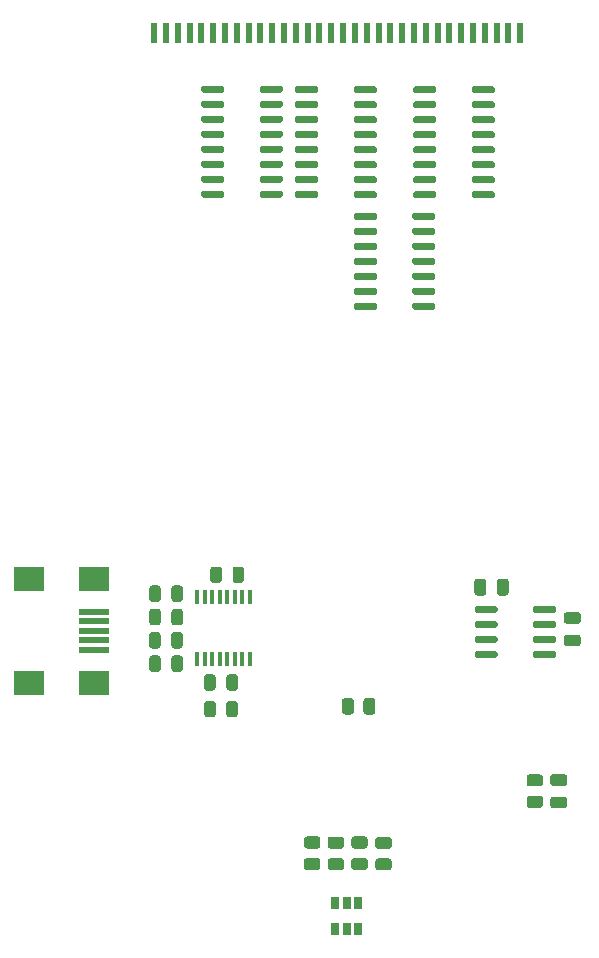
<source format=gbr>
G04 #@! TF.GenerationSoftware,KiCad,Pcbnew,5.1.10-88a1d61d58~90~ubuntu21.04.1*
G04 #@! TF.CreationDate,2021-07-27T13:19:27+03:00*
G04 #@! TF.ProjectId,klipper_nano,6b6c6970-7065-4725-9f6e-616e6f2e6b69,rev?*
G04 #@! TF.SameCoordinates,Original*
G04 #@! TF.FileFunction,Paste,Top*
G04 #@! TF.FilePolarity,Positive*
%FSLAX46Y46*%
G04 Gerber Fmt 4.6, Leading zero omitted, Abs format (unit mm)*
G04 Created by KiCad (PCBNEW 5.1.10-88a1d61d58~90~ubuntu21.04.1) date 2021-07-27 13:19:27*
%MOMM*%
%LPD*%
G01*
G04 APERTURE LIST*
%ADD10R,0.650000X1.060000*%
%ADD11R,2.500000X0.500000*%
%ADD12R,2.500000X2.000000*%
%ADD13R,0.600000X1.800000*%
%ADD14R,0.400000X1.200000*%
G04 APERTURE END LIST*
D10*
X97730000Y-115510000D03*
X98680000Y-115510000D03*
X96780000Y-115510000D03*
X96780000Y-113310000D03*
X97730000Y-113310000D03*
X98680000Y-113310000D03*
G36*
G01*
X98369999Y-109507500D02*
X99270001Y-109507500D01*
G75*
G02*
X99520000Y-109757499I0J-249999D01*
G01*
X99520000Y-110282501D01*
G75*
G02*
X99270001Y-110532500I-249999J0D01*
G01*
X98369999Y-110532500D01*
G75*
G02*
X98120000Y-110282501I0J249999D01*
G01*
X98120000Y-109757499D01*
G75*
G02*
X98369999Y-109507500I249999J0D01*
G01*
G37*
G36*
G01*
X98369999Y-107682500D02*
X99270001Y-107682500D01*
G75*
G02*
X99520000Y-107932499I0J-249999D01*
G01*
X99520000Y-108457501D01*
G75*
G02*
X99270001Y-108707500I-249999J0D01*
G01*
X98369999Y-108707500D01*
G75*
G02*
X98120000Y-108457501I0J249999D01*
G01*
X98120000Y-107932499D01*
G75*
G02*
X98369999Y-107682500I249999J0D01*
G01*
G37*
G36*
G01*
X100399999Y-109537500D02*
X101300001Y-109537500D01*
G75*
G02*
X101550000Y-109787499I0J-249999D01*
G01*
X101550000Y-110312501D01*
G75*
G02*
X101300001Y-110562500I-249999J0D01*
G01*
X100399999Y-110562500D01*
G75*
G02*
X100150000Y-110312501I0J249999D01*
G01*
X100150000Y-109787499D01*
G75*
G02*
X100399999Y-109537500I249999J0D01*
G01*
G37*
G36*
G01*
X100399999Y-107712500D02*
X101300001Y-107712500D01*
G75*
G02*
X101550000Y-107962499I0J-249999D01*
G01*
X101550000Y-108487501D01*
G75*
G02*
X101300001Y-108737500I-249999J0D01*
G01*
X100399999Y-108737500D01*
G75*
G02*
X100150000Y-108487501I0J249999D01*
G01*
X100150000Y-107962499D01*
G75*
G02*
X100399999Y-107712500I249999J0D01*
G01*
G37*
G36*
G01*
X94359999Y-109502500D02*
X95260001Y-109502500D01*
G75*
G02*
X95510000Y-109752499I0J-249999D01*
G01*
X95510000Y-110277501D01*
G75*
G02*
X95260001Y-110527500I-249999J0D01*
G01*
X94359999Y-110527500D01*
G75*
G02*
X94110000Y-110277501I0J249999D01*
G01*
X94110000Y-109752499D01*
G75*
G02*
X94359999Y-109502500I249999J0D01*
G01*
G37*
G36*
G01*
X94359999Y-107677500D02*
X95260001Y-107677500D01*
G75*
G02*
X95510000Y-107927499I0J-249999D01*
G01*
X95510000Y-108452501D01*
G75*
G02*
X95260001Y-108702500I-249999J0D01*
G01*
X94359999Y-108702500D01*
G75*
G02*
X94110000Y-108452501I0J249999D01*
G01*
X94110000Y-107927499D01*
G75*
G02*
X94359999Y-107677500I249999J0D01*
G01*
G37*
G36*
G01*
X96359999Y-109522500D02*
X97260001Y-109522500D01*
G75*
G02*
X97510000Y-109772499I0J-249999D01*
G01*
X97510000Y-110297501D01*
G75*
G02*
X97260001Y-110547500I-249999J0D01*
G01*
X96359999Y-110547500D01*
G75*
G02*
X96110000Y-110297501I0J249999D01*
G01*
X96110000Y-109772499D01*
G75*
G02*
X96359999Y-109522500I249999J0D01*
G01*
G37*
G36*
G01*
X96359999Y-107697500D02*
X97260001Y-107697500D01*
G75*
G02*
X97510000Y-107947499I0J-249999D01*
G01*
X97510000Y-108472501D01*
G75*
G02*
X97260001Y-108722500I-249999J0D01*
G01*
X96359999Y-108722500D01*
G75*
G02*
X96110000Y-108472501I0J249999D01*
G01*
X96110000Y-107947499D01*
G75*
G02*
X96359999Y-107697500I249999J0D01*
G01*
G37*
G36*
G01*
X117315000Y-89690000D02*
X116365000Y-89690000D01*
G75*
G02*
X116115000Y-89440000I0J250000D01*
G01*
X116115000Y-88940000D01*
G75*
G02*
X116365000Y-88690000I250000J0D01*
G01*
X117315000Y-88690000D01*
G75*
G02*
X117565000Y-88940000I0J-250000D01*
G01*
X117565000Y-89440000D01*
G75*
G02*
X117315000Y-89690000I-250000J0D01*
G01*
G37*
G36*
G01*
X117315000Y-91590000D02*
X116365000Y-91590000D01*
G75*
G02*
X116115000Y-91340000I0J250000D01*
G01*
X116115000Y-90840000D01*
G75*
G02*
X116365000Y-90590000I250000J0D01*
G01*
X117315000Y-90590000D01*
G75*
G02*
X117565000Y-90840000I0J-250000D01*
G01*
X117565000Y-91340000D01*
G75*
G02*
X117315000Y-91590000I-250000J0D01*
G01*
G37*
G36*
G01*
X113510000Y-88625000D02*
X113510000Y-88325000D01*
G75*
G02*
X113660000Y-88175000I150000J0D01*
G01*
X115310000Y-88175000D01*
G75*
G02*
X115460000Y-88325000I0J-150000D01*
G01*
X115460000Y-88625000D01*
G75*
G02*
X115310000Y-88775000I-150000J0D01*
G01*
X113660000Y-88775000D01*
G75*
G02*
X113510000Y-88625000I0J150000D01*
G01*
G37*
G36*
G01*
X113510000Y-89895000D02*
X113510000Y-89595000D01*
G75*
G02*
X113660000Y-89445000I150000J0D01*
G01*
X115310000Y-89445000D01*
G75*
G02*
X115460000Y-89595000I0J-150000D01*
G01*
X115460000Y-89895000D01*
G75*
G02*
X115310000Y-90045000I-150000J0D01*
G01*
X113660000Y-90045000D01*
G75*
G02*
X113510000Y-89895000I0J150000D01*
G01*
G37*
G36*
G01*
X113510000Y-91165000D02*
X113510000Y-90865000D01*
G75*
G02*
X113660000Y-90715000I150000J0D01*
G01*
X115310000Y-90715000D01*
G75*
G02*
X115460000Y-90865000I0J-150000D01*
G01*
X115460000Y-91165000D01*
G75*
G02*
X115310000Y-91315000I-150000J0D01*
G01*
X113660000Y-91315000D01*
G75*
G02*
X113510000Y-91165000I0J150000D01*
G01*
G37*
G36*
G01*
X113510000Y-92435000D02*
X113510000Y-92135000D01*
G75*
G02*
X113660000Y-91985000I150000J0D01*
G01*
X115310000Y-91985000D01*
G75*
G02*
X115460000Y-92135000I0J-150000D01*
G01*
X115460000Y-92435000D01*
G75*
G02*
X115310000Y-92585000I-150000J0D01*
G01*
X113660000Y-92585000D01*
G75*
G02*
X113510000Y-92435000I0J150000D01*
G01*
G37*
G36*
G01*
X108560000Y-92435000D02*
X108560000Y-92135000D01*
G75*
G02*
X108710000Y-91985000I150000J0D01*
G01*
X110360000Y-91985000D01*
G75*
G02*
X110510000Y-92135000I0J-150000D01*
G01*
X110510000Y-92435000D01*
G75*
G02*
X110360000Y-92585000I-150000J0D01*
G01*
X108710000Y-92585000D01*
G75*
G02*
X108560000Y-92435000I0J150000D01*
G01*
G37*
G36*
G01*
X108560000Y-91165000D02*
X108560000Y-90865000D01*
G75*
G02*
X108710000Y-90715000I150000J0D01*
G01*
X110360000Y-90715000D01*
G75*
G02*
X110510000Y-90865000I0J-150000D01*
G01*
X110510000Y-91165000D01*
G75*
G02*
X110360000Y-91315000I-150000J0D01*
G01*
X108710000Y-91315000D01*
G75*
G02*
X108560000Y-91165000I0J150000D01*
G01*
G37*
G36*
G01*
X108560000Y-89895000D02*
X108560000Y-89595000D01*
G75*
G02*
X108710000Y-89445000I150000J0D01*
G01*
X110360000Y-89445000D01*
G75*
G02*
X110510000Y-89595000I0J-150000D01*
G01*
X110510000Y-89895000D01*
G75*
G02*
X110360000Y-90045000I-150000J0D01*
G01*
X108710000Y-90045000D01*
G75*
G02*
X108560000Y-89895000I0J150000D01*
G01*
G37*
G36*
G01*
X108560000Y-88625000D02*
X108560000Y-88325000D01*
G75*
G02*
X108710000Y-88175000I150000J0D01*
G01*
X110360000Y-88175000D01*
G75*
G02*
X110510000Y-88325000I0J-150000D01*
G01*
X110510000Y-88625000D01*
G75*
G02*
X110360000Y-88775000I-150000J0D01*
G01*
X108710000Y-88775000D01*
G75*
G02*
X108560000Y-88625000I0J150000D01*
G01*
G37*
G36*
G01*
X109550000Y-86095000D02*
X109550000Y-87045000D01*
G75*
G02*
X109300000Y-87295000I-250000J0D01*
G01*
X108800000Y-87295000D01*
G75*
G02*
X108550000Y-87045000I0J250000D01*
G01*
X108550000Y-86095000D01*
G75*
G02*
X108800000Y-85845000I250000J0D01*
G01*
X109300000Y-85845000D01*
G75*
G02*
X109550000Y-86095000I0J-250000D01*
G01*
G37*
G36*
G01*
X111450000Y-86095000D02*
X111450000Y-87045000D01*
G75*
G02*
X111200000Y-87295000I-250000J0D01*
G01*
X110700000Y-87295000D01*
G75*
G02*
X110450000Y-87045000I0J250000D01*
G01*
X110450000Y-86095000D01*
G75*
G02*
X110700000Y-85845000I250000J0D01*
G01*
X111200000Y-85845000D01*
G75*
G02*
X111450000Y-86095000I0J-250000D01*
G01*
G37*
G36*
G01*
X113209998Y-104247500D02*
X114110002Y-104247500D01*
G75*
G02*
X114360000Y-104497498I0J-249998D01*
G01*
X114360000Y-105022502D01*
G75*
G02*
X114110002Y-105272500I-249998J0D01*
G01*
X113209998Y-105272500D01*
G75*
G02*
X112960000Y-105022502I0J249998D01*
G01*
X112960000Y-104497498D01*
G75*
G02*
X113209998Y-104247500I249998J0D01*
G01*
G37*
G36*
G01*
X113209998Y-102422500D02*
X114110002Y-102422500D01*
G75*
G02*
X114360000Y-102672498I0J-249998D01*
G01*
X114360000Y-103197502D01*
G75*
G02*
X114110002Y-103447500I-249998J0D01*
G01*
X113209998Y-103447500D01*
G75*
G02*
X112960000Y-103197502I0J249998D01*
G01*
X112960000Y-102672498D01*
G75*
G02*
X113209998Y-102422500I249998J0D01*
G01*
G37*
D11*
X76338000Y-91864000D03*
X76338000Y-91064000D03*
X76338000Y-90264000D03*
X76338000Y-89464000D03*
X76338000Y-88664000D03*
D12*
X76338000Y-94664000D03*
X76338000Y-85864000D03*
X70838000Y-94664000D03*
X70838000Y-85864000D03*
G36*
G01*
X87380000Y-53165000D02*
X87380000Y-53465000D01*
G75*
G02*
X87230000Y-53615000I-150000J0D01*
G01*
X85580000Y-53615000D01*
G75*
G02*
X85430000Y-53465000I0J150000D01*
G01*
X85430000Y-53165000D01*
G75*
G02*
X85580000Y-53015000I150000J0D01*
G01*
X87230000Y-53015000D01*
G75*
G02*
X87380000Y-53165000I0J-150000D01*
G01*
G37*
G36*
G01*
X87380000Y-51895000D02*
X87380000Y-52195000D01*
G75*
G02*
X87230000Y-52345000I-150000J0D01*
G01*
X85580000Y-52345000D01*
G75*
G02*
X85430000Y-52195000I0J150000D01*
G01*
X85430000Y-51895000D01*
G75*
G02*
X85580000Y-51745000I150000J0D01*
G01*
X87230000Y-51745000D01*
G75*
G02*
X87380000Y-51895000I0J-150000D01*
G01*
G37*
G36*
G01*
X87380000Y-50625000D02*
X87380000Y-50925000D01*
G75*
G02*
X87230000Y-51075000I-150000J0D01*
G01*
X85580000Y-51075000D01*
G75*
G02*
X85430000Y-50925000I0J150000D01*
G01*
X85430000Y-50625000D01*
G75*
G02*
X85580000Y-50475000I150000J0D01*
G01*
X87230000Y-50475000D01*
G75*
G02*
X87380000Y-50625000I0J-150000D01*
G01*
G37*
G36*
G01*
X87380000Y-49355000D02*
X87380000Y-49655000D01*
G75*
G02*
X87230000Y-49805000I-150000J0D01*
G01*
X85580000Y-49805000D01*
G75*
G02*
X85430000Y-49655000I0J150000D01*
G01*
X85430000Y-49355000D01*
G75*
G02*
X85580000Y-49205000I150000J0D01*
G01*
X87230000Y-49205000D01*
G75*
G02*
X87380000Y-49355000I0J-150000D01*
G01*
G37*
G36*
G01*
X87380000Y-48085000D02*
X87380000Y-48385000D01*
G75*
G02*
X87230000Y-48535000I-150000J0D01*
G01*
X85580000Y-48535000D01*
G75*
G02*
X85430000Y-48385000I0J150000D01*
G01*
X85430000Y-48085000D01*
G75*
G02*
X85580000Y-47935000I150000J0D01*
G01*
X87230000Y-47935000D01*
G75*
G02*
X87380000Y-48085000I0J-150000D01*
G01*
G37*
G36*
G01*
X87380000Y-46815000D02*
X87380000Y-47115000D01*
G75*
G02*
X87230000Y-47265000I-150000J0D01*
G01*
X85580000Y-47265000D01*
G75*
G02*
X85430000Y-47115000I0J150000D01*
G01*
X85430000Y-46815000D01*
G75*
G02*
X85580000Y-46665000I150000J0D01*
G01*
X87230000Y-46665000D01*
G75*
G02*
X87380000Y-46815000I0J-150000D01*
G01*
G37*
G36*
G01*
X87380000Y-45545000D02*
X87380000Y-45845000D01*
G75*
G02*
X87230000Y-45995000I-150000J0D01*
G01*
X85580000Y-45995000D01*
G75*
G02*
X85430000Y-45845000I0J150000D01*
G01*
X85430000Y-45545000D01*
G75*
G02*
X85580000Y-45395000I150000J0D01*
G01*
X87230000Y-45395000D01*
G75*
G02*
X87380000Y-45545000I0J-150000D01*
G01*
G37*
G36*
G01*
X87380000Y-44275000D02*
X87380000Y-44575000D01*
G75*
G02*
X87230000Y-44725000I-150000J0D01*
G01*
X85580000Y-44725000D01*
G75*
G02*
X85430000Y-44575000I0J150000D01*
G01*
X85430000Y-44275000D01*
G75*
G02*
X85580000Y-44125000I150000J0D01*
G01*
X87230000Y-44125000D01*
G75*
G02*
X87380000Y-44275000I0J-150000D01*
G01*
G37*
G36*
G01*
X92330000Y-44275000D02*
X92330000Y-44575000D01*
G75*
G02*
X92180000Y-44725000I-150000J0D01*
G01*
X90530000Y-44725000D01*
G75*
G02*
X90380000Y-44575000I0J150000D01*
G01*
X90380000Y-44275000D01*
G75*
G02*
X90530000Y-44125000I150000J0D01*
G01*
X92180000Y-44125000D01*
G75*
G02*
X92330000Y-44275000I0J-150000D01*
G01*
G37*
G36*
G01*
X92330000Y-45545000D02*
X92330000Y-45845000D01*
G75*
G02*
X92180000Y-45995000I-150000J0D01*
G01*
X90530000Y-45995000D01*
G75*
G02*
X90380000Y-45845000I0J150000D01*
G01*
X90380000Y-45545000D01*
G75*
G02*
X90530000Y-45395000I150000J0D01*
G01*
X92180000Y-45395000D01*
G75*
G02*
X92330000Y-45545000I0J-150000D01*
G01*
G37*
G36*
G01*
X92330000Y-46815000D02*
X92330000Y-47115000D01*
G75*
G02*
X92180000Y-47265000I-150000J0D01*
G01*
X90530000Y-47265000D01*
G75*
G02*
X90380000Y-47115000I0J150000D01*
G01*
X90380000Y-46815000D01*
G75*
G02*
X90530000Y-46665000I150000J0D01*
G01*
X92180000Y-46665000D01*
G75*
G02*
X92330000Y-46815000I0J-150000D01*
G01*
G37*
G36*
G01*
X92330000Y-48085000D02*
X92330000Y-48385000D01*
G75*
G02*
X92180000Y-48535000I-150000J0D01*
G01*
X90530000Y-48535000D01*
G75*
G02*
X90380000Y-48385000I0J150000D01*
G01*
X90380000Y-48085000D01*
G75*
G02*
X90530000Y-47935000I150000J0D01*
G01*
X92180000Y-47935000D01*
G75*
G02*
X92330000Y-48085000I0J-150000D01*
G01*
G37*
G36*
G01*
X92330000Y-49355000D02*
X92330000Y-49655000D01*
G75*
G02*
X92180000Y-49805000I-150000J0D01*
G01*
X90530000Y-49805000D01*
G75*
G02*
X90380000Y-49655000I0J150000D01*
G01*
X90380000Y-49355000D01*
G75*
G02*
X90530000Y-49205000I150000J0D01*
G01*
X92180000Y-49205000D01*
G75*
G02*
X92330000Y-49355000I0J-150000D01*
G01*
G37*
G36*
G01*
X92330000Y-50625000D02*
X92330000Y-50925000D01*
G75*
G02*
X92180000Y-51075000I-150000J0D01*
G01*
X90530000Y-51075000D01*
G75*
G02*
X90380000Y-50925000I0J150000D01*
G01*
X90380000Y-50625000D01*
G75*
G02*
X90530000Y-50475000I150000J0D01*
G01*
X92180000Y-50475000D01*
G75*
G02*
X92330000Y-50625000I0J-150000D01*
G01*
G37*
G36*
G01*
X92330000Y-51895000D02*
X92330000Y-52195000D01*
G75*
G02*
X92180000Y-52345000I-150000J0D01*
G01*
X90530000Y-52345000D01*
G75*
G02*
X90380000Y-52195000I0J150000D01*
G01*
X90380000Y-51895000D01*
G75*
G02*
X90530000Y-51745000I150000J0D01*
G01*
X92180000Y-51745000D01*
G75*
G02*
X92330000Y-51895000I0J-150000D01*
G01*
G37*
G36*
G01*
X92330000Y-53165000D02*
X92330000Y-53465000D01*
G75*
G02*
X92180000Y-53615000I-150000J0D01*
G01*
X90530000Y-53615000D01*
G75*
G02*
X90380000Y-53465000I0J150000D01*
G01*
X90380000Y-53165000D01*
G75*
G02*
X90530000Y-53015000I150000J0D01*
G01*
X92180000Y-53015000D01*
G75*
G02*
X92330000Y-53165000I0J-150000D01*
G01*
G37*
G36*
G01*
X95310000Y-53195000D02*
X95310000Y-53495000D01*
G75*
G02*
X95160000Y-53645000I-150000J0D01*
G01*
X93510000Y-53645000D01*
G75*
G02*
X93360000Y-53495000I0J150000D01*
G01*
X93360000Y-53195000D01*
G75*
G02*
X93510000Y-53045000I150000J0D01*
G01*
X95160000Y-53045000D01*
G75*
G02*
X95310000Y-53195000I0J-150000D01*
G01*
G37*
G36*
G01*
X95310000Y-51925000D02*
X95310000Y-52225000D01*
G75*
G02*
X95160000Y-52375000I-150000J0D01*
G01*
X93510000Y-52375000D01*
G75*
G02*
X93360000Y-52225000I0J150000D01*
G01*
X93360000Y-51925000D01*
G75*
G02*
X93510000Y-51775000I150000J0D01*
G01*
X95160000Y-51775000D01*
G75*
G02*
X95310000Y-51925000I0J-150000D01*
G01*
G37*
G36*
G01*
X95310000Y-50655000D02*
X95310000Y-50955000D01*
G75*
G02*
X95160000Y-51105000I-150000J0D01*
G01*
X93510000Y-51105000D01*
G75*
G02*
X93360000Y-50955000I0J150000D01*
G01*
X93360000Y-50655000D01*
G75*
G02*
X93510000Y-50505000I150000J0D01*
G01*
X95160000Y-50505000D01*
G75*
G02*
X95310000Y-50655000I0J-150000D01*
G01*
G37*
G36*
G01*
X95310000Y-49385000D02*
X95310000Y-49685000D01*
G75*
G02*
X95160000Y-49835000I-150000J0D01*
G01*
X93510000Y-49835000D01*
G75*
G02*
X93360000Y-49685000I0J150000D01*
G01*
X93360000Y-49385000D01*
G75*
G02*
X93510000Y-49235000I150000J0D01*
G01*
X95160000Y-49235000D01*
G75*
G02*
X95310000Y-49385000I0J-150000D01*
G01*
G37*
G36*
G01*
X95310000Y-48115000D02*
X95310000Y-48415000D01*
G75*
G02*
X95160000Y-48565000I-150000J0D01*
G01*
X93510000Y-48565000D01*
G75*
G02*
X93360000Y-48415000I0J150000D01*
G01*
X93360000Y-48115000D01*
G75*
G02*
X93510000Y-47965000I150000J0D01*
G01*
X95160000Y-47965000D01*
G75*
G02*
X95310000Y-48115000I0J-150000D01*
G01*
G37*
G36*
G01*
X95310000Y-46845000D02*
X95310000Y-47145000D01*
G75*
G02*
X95160000Y-47295000I-150000J0D01*
G01*
X93510000Y-47295000D01*
G75*
G02*
X93360000Y-47145000I0J150000D01*
G01*
X93360000Y-46845000D01*
G75*
G02*
X93510000Y-46695000I150000J0D01*
G01*
X95160000Y-46695000D01*
G75*
G02*
X95310000Y-46845000I0J-150000D01*
G01*
G37*
G36*
G01*
X95310000Y-45575000D02*
X95310000Y-45875000D01*
G75*
G02*
X95160000Y-46025000I-150000J0D01*
G01*
X93510000Y-46025000D01*
G75*
G02*
X93360000Y-45875000I0J150000D01*
G01*
X93360000Y-45575000D01*
G75*
G02*
X93510000Y-45425000I150000J0D01*
G01*
X95160000Y-45425000D01*
G75*
G02*
X95310000Y-45575000I0J-150000D01*
G01*
G37*
G36*
G01*
X95310000Y-44305000D02*
X95310000Y-44605000D01*
G75*
G02*
X95160000Y-44755000I-150000J0D01*
G01*
X93510000Y-44755000D01*
G75*
G02*
X93360000Y-44605000I0J150000D01*
G01*
X93360000Y-44305000D01*
G75*
G02*
X93510000Y-44155000I150000J0D01*
G01*
X95160000Y-44155000D01*
G75*
G02*
X95310000Y-44305000I0J-150000D01*
G01*
G37*
G36*
G01*
X100260000Y-44305000D02*
X100260000Y-44605000D01*
G75*
G02*
X100110000Y-44755000I-150000J0D01*
G01*
X98460000Y-44755000D01*
G75*
G02*
X98310000Y-44605000I0J150000D01*
G01*
X98310000Y-44305000D01*
G75*
G02*
X98460000Y-44155000I150000J0D01*
G01*
X100110000Y-44155000D01*
G75*
G02*
X100260000Y-44305000I0J-150000D01*
G01*
G37*
G36*
G01*
X100260000Y-45575000D02*
X100260000Y-45875000D01*
G75*
G02*
X100110000Y-46025000I-150000J0D01*
G01*
X98460000Y-46025000D01*
G75*
G02*
X98310000Y-45875000I0J150000D01*
G01*
X98310000Y-45575000D01*
G75*
G02*
X98460000Y-45425000I150000J0D01*
G01*
X100110000Y-45425000D01*
G75*
G02*
X100260000Y-45575000I0J-150000D01*
G01*
G37*
G36*
G01*
X100260000Y-46845000D02*
X100260000Y-47145000D01*
G75*
G02*
X100110000Y-47295000I-150000J0D01*
G01*
X98460000Y-47295000D01*
G75*
G02*
X98310000Y-47145000I0J150000D01*
G01*
X98310000Y-46845000D01*
G75*
G02*
X98460000Y-46695000I150000J0D01*
G01*
X100110000Y-46695000D01*
G75*
G02*
X100260000Y-46845000I0J-150000D01*
G01*
G37*
G36*
G01*
X100260000Y-48115000D02*
X100260000Y-48415000D01*
G75*
G02*
X100110000Y-48565000I-150000J0D01*
G01*
X98460000Y-48565000D01*
G75*
G02*
X98310000Y-48415000I0J150000D01*
G01*
X98310000Y-48115000D01*
G75*
G02*
X98460000Y-47965000I150000J0D01*
G01*
X100110000Y-47965000D01*
G75*
G02*
X100260000Y-48115000I0J-150000D01*
G01*
G37*
G36*
G01*
X100260000Y-49385000D02*
X100260000Y-49685000D01*
G75*
G02*
X100110000Y-49835000I-150000J0D01*
G01*
X98460000Y-49835000D01*
G75*
G02*
X98310000Y-49685000I0J150000D01*
G01*
X98310000Y-49385000D01*
G75*
G02*
X98460000Y-49235000I150000J0D01*
G01*
X100110000Y-49235000D01*
G75*
G02*
X100260000Y-49385000I0J-150000D01*
G01*
G37*
G36*
G01*
X100260000Y-50655000D02*
X100260000Y-50955000D01*
G75*
G02*
X100110000Y-51105000I-150000J0D01*
G01*
X98460000Y-51105000D01*
G75*
G02*
X98310000Y-50955000I0J150000D01*
G01*
X98310000Y-50655000D01*
G75*
G02*
X98460000Y-50505000I150000J0D01*
G01*
X100110000Y-50505000D01*
G75*
G02*
X100260000Y-50655000I0J-150000D01*
G01*
G37*
G36*
G01*
X100260000Y-51925000D02*
X100260000Y-52225000D01*
G75*
G02*
X100110000Y-52375000I-150000J0D01*
G01*
X98460000Y-52375000D01*
G75*
G02*
X98310000Y-52225000I0J150000D01*
G01*
X98310000Y-51925000D01*
G75*
G02*
X98460000Y-51775000I150000J0D01*
G01*
X100110000Y-51775000D01*
G75*
G02*
X100260000Y-51925000I0J-150000D01*
G01*
G37*
G36*
G01*
X100260000Y-53195000D02*
X100260000Y-53495000D01*
G75*
G02*
X100110000Y-53645000I-150000J0D01*
G01*
X98460000Y-53645000D01*
G75*
G02*
X98310000Y-53495000I0J150000D01*
G01*
X98310000Y-53195000D01*
G75*
G02*
X98460000Y-53045000I150000J0D01*
G01*
X100110000Y-53045000D01*
G75*
G02*
X100260000Y-53195000I0J-150000D01*
G01*
G37*
G36*
G01*
X105320000Y-53205000D02*
X105320000Y-53505000D01*
G75*
G02*
X105170000Y-53655000I-150000J0D01*
G01*
X103520000Y-53655000D01*
G75*
G02*
X103370000Y-53505000I0J150000D01*
G01*
X103370000Y-53205000D01*
G75*
G02*
X103520000Y-53055000I150000J0D01*
G01*
X105170000Y-53055000D01*
G75*
G02*
X105320000Y-53205000I0J-150000D01*
G01*
G37*
G36*
G01*
X105320000Y-51935000D02*
X105320000Y-52235000D01*
G75*
G02*
X105170000Y-52385000I-150000J0D01*
G01*
X103520000Y-52385000D01*
G75*
G02*
X103370000Y-52235000I0J150000D01*
G01*
X103370000Y-51935000D01*
G75*
G02*
X103520000Y-51785000I150000J0D01*
G01*
X105170000Y-51785000D01*
G75*
G02*
X105320000Y-51935000I0J-150000D01*
G01*
G37*
G36*
G01*
X105320000Y-50665000D02*
X105320000Y-50965000D01*
G75*
G02*
X105170000Y-51115000I-150000J0D01*
G01*
X103520000Y-51115000D01*
G75*
G02*
X103370000Y-50965000I0J150000D01*
G01*
X103370000Y-50665000D01*
G75*
G02*
X103520000Y-50515000I150000J0D01*
G01*
X105170000Y-50515000D01*
G75*
G02*
X105320000Y-50665000I0J-150000D01*
G01*
G37*
G36*
G01*
X105320000Y-49395000D02*
X105320000Y-49695000D01*
G75*
G02*
X105170000Y-49845000I-150000J0D01*
G01*
X103520000Y-49845000D01*
G75*
G02*
X103370000Y-49695000I0J150000D01*
G01*
X103370000Y-49395000D01*
G75*
G02*
X103520000Y-49245000I150000J0D01*
G01*
X105170000Y-49245000D01*
G75*
G02*
X105320000Y-49395000I0J-150000D01*
G01*
G37*
G36*
G01*
X105320000Y-48125000D02*
X105320000Y-48425000D01*
G75*
G02*
X105170000Y-48575000I-150000J0D01*
G01*
X103520000Y-48575000D01*
G75*
G02*
X103370000Y-48425000I0J150000D01*
G01*
X103370000Y-48125000D01*
G75*
G02*
X103520000Y-47975000I150000J0D01*
G01*
X105170000Y-47975000D01*
G75*
G02*
X105320000Y-48125000I0J-150000D01*
G01*
G37*
G36*
G01*
X105320000Y-46855000D02*
X105320000Y-47155000D01*
G75*
G02*
X105170000Y-47305000I-150000J0D01*
G01*
X103520000Y-47305000D01*
G75*
G02*
X103370000Y-47155000I0J150000D01*
G01*
X103370000Y-46855000D01*
G75*
G02*
X103520000Y-46705000I150000J0D01*
G01*
X105170000Y-46705000D01*
G75*
G02*
X105320000Y-46855000I0J-150000D01*
G01*
G37*
G36*
G01*
X105320000Y-45585000D02*
X105320000Y-45885000D01*
G75*
G02*
X105170000Y-46035000I-150000J0D01*
G01*
X103520000Y-46035000D01*
G75*
G02*
X103370000Y-45885000I0J150000D01*
G01*
X103370000Y-45585000D01*
G75*
G02*
X103520000Y-45435000I150000J0D01*
G01*
X105170000Y-45435000D01*
G75*
G02*
X105320000Y-45585000I0J-150000D01*
G01*
G37*
G36*
G01*
X105320000Y-44315000D02*
X105320000Y-44615000D01*
G75*
G02*
X105170000Y-44765000I-150000J0D01*
G01*
X103520000Y-44765000D01*
G75*
G02*
X103370000Y-44615000I0J150000D01*
G01*
X103370000Y-44315000D01*
G75*
G02*
X103520000Y-44165000I150000J0D01*
G01*
X105170000Y-44165000D01*
G75*
G02*
X105320000Y-44315000I0J-150000D01*
G01*
G37*
G36*
G01*
X110270000Y-44315000D02*
X110270000Y-44615000D01*
G75*
G02*
X110120000Y-44765000I-150000J0D01*
G01*
X108470000Y-44765000D01*
G75*
G02*
X108320000Y-44615000I0J150000D01*
G01*
X108320000Y-44315000D01*
G75*
G02*
X108470000Y-44165000I150000J0D01*
G01*
X110120000Y-44165000D01*
G75*
G02*
X110270000Y-44315000I0J-150000D01*
G01*
G37*
G36*
G01*
X110270000Y-45585000D02*
X110270000Y-45885000D01*
G75*
G02*
X110120000Y-46035000I-150000J0D01*
G01*
X108470000Y-46035000D01*
G75*
G02*
X108320000Y-45885000I0J150000D01*
G01*
X108320000Y-45585000D01*
G75*
G02*
X108470000Y-45435000I150000J0D01*
G01*
X110120000Y-45435000D01*
G75*
G02*
X110270000Y-45585000I0J-150000D01*
G01*
G37*
G36*
G01*
X110270000Y-46855000D02*
X110270000Y-47155000D01*
G75*
G02*
X110120000Y-47305000I-150000J0D01*
G01*
X108470000Y-47305000D01*
G75*
G02*
X108320000Y-47155000I0J150000D01*
G01*
X108320000Y-46855000D01*
G75*
G02*
X108470000Y-46705000I150000J0D01*
G01*
X110120000Y-46705000D01*
G75*
G02*
X110270000Y-46855000I0J-150000D01*
G01*
G37*
G36*
G01*
X110270000Y-48125000D02*
X110270000Y-48425000D01*
G75*
G02*
X110120000Y-48575000I-150000J0D01*
G01*
X108470000Y-48575000D01*
G75*
G02*
X108320000Y-48425000I0J150000D01*
G01*
X108320000Y-48125000D01*
G75*
G02*
X108470000Y-47975000I150000J0D01*
G01*
X110120000Y-47975000D01*
G75*
G02*
X110270000Y-48125000I0J-150000D01*
G01*
G37*
G36*
G01*
X110270000Y-49395000D02*
X110270000Y-49695000D01*
G75*
G02*
X110120000Y-49845000I-150000J0D01*
G01*
X108470000Y-49845000D01*
G75*
G02*
X108320000Y-49695000I0J150000D01*
G01*
X108320000Y-49395000D01*
G75*
G02*
X108470000Y-49245000I150000J0D01*
G01*
X110120000Y-49245000D01*
G75*
G02*
X110270000Y-49395000I0J-150000D01*
G01*
G37*
G36*
G01*
X110270000Y-50665000D02*
X110270000Y-50965000D01*
G75*
G02*
X110120000Y-51115000I-150000J0D01*
G01*
X108470000Y-51115000D01*
G75*
G02*
X108320000Y-50965000I0J150000D01*
G01*
X108320000Y-50665000D01*
G75*
G02*
X108470000Y-50515000I150000J0D01*
G01*
X110120000Y-50515000D01*
G75*
G02*
X110270000Y-50665000I0J-150000D01*
G01*
G37*
G36*
G01*
X110270000Y-51935000D02*
X110270000Y-52235000D01*
G75*
G02*
X110120000Y-52385000I-150000J0D01*
G01*
X108470000Y-52385000D01*
G75*
G02*
X108320000Y-52235000I0J150000D01*
G01*
X108320000Y-51935000D01*
G75*
G02*
X108470000Y-51785000I150000J0D01*
G01*
X110120000Y-51785000D01*
G75*
G02*
X110270000Y-51935000I0J-150000D01*
G01*
G37*
G36*
G01*
X110270000Y-53205000D02*
X110270000Y-53505000D01*
G75*
G02*
X110120000Y-53655000I-150000J0D01*
G01*
X108470000Y-53655000D01*
G75*
G02*
X108320000Y-53505000I0J150000D01*
G01*
X108320000Y-53205000D01*
G75*
G02*
X108470000Y-53055000I150000J0D01*
G01*
X110120000Y-53055000D01*
G75*
G02*
X110270000Y-53205000I0J-150000D01*
G01*
G37*
G36*
G01*
X103290000Y-55330000D02*
X103290000Y-55030000D01*
G75*
G02*
X103440000Y-54880000I150000J0D01*
G01*
X105090000Y-54880000D01*
G75*
G02*
X105240000Y-55030000I0J-150000D01*
G01*
X105240000Y-55330000D01*
G75*
G02*
X105090000Y-55480000I-150000J0D01*
G01*
X103440000Y-55480000D01*
G75*
G02*
X103290000Y-55330000I0J150000D01*
G01*
G37*
G36*
G01*
X103290000Y-56600000D02*
X103290000Y-56300000D01*
G75*
G02*
X103440000Y-56150000I150000J0D01*
G01*
X105090000Y-56150000D01*
G75*
G02*
X105240000Y-56300000I0J-150000D01*
G01*
X105240000Y-56600000D01*
G75*
G02*
X105090000Y-56750000I-150000J0D01*
G01*
X103440000Y-56750000D01*
G75*
G02*
X103290000Y-56600000I0J150000D01*
G01*
G37*
G36*
G01*
X103290000Y-57870000D02*
X103290000Y-57570000D01*
G75*
G02*
X103440000Y-57420000I150000J0D01*
G01*
X105090000Y-57420000D01*
G75*
G02*
X105240000Y-57570000I0J-150000D01*
G01*
X105240000Y-57870000D01*
G75*
G02*
X105090000Y-58020000I-150000J0D01*
G01*
X103440000Y-58020000D01*
G75*
G02*
X103290000Y-57870000I0J150000D01*
G01*
G37*
G36*
G01*
X103290000Y-59140000D02*
X103290000Y-58840000D01*
G75*
G02*
X103440000Y-58690000I150000J0D01*
G01*
X105090000Y-58690000D01*
G75*
G02*
X105240000Y-58840000I0J-150000D01*
G01*
X105240000Y-59140000D01*
G75*
G02*
X105090000Y-59290000I-150000J0D01*
G01*
X103440000Y-59290000D01*
G75*
G02*
X103290000Y-59140000I0J150000D01*
G01*
G37*
G36*
G01*
X103290000Y-60410000D02*
X103290000Y-60110000D01*
G75*
G02*
X103440000Y-59960000I150000J0D01*
G01*
X105090000Y-59960000D01*
G75*
G02*
X105240000Y-60110000I0J-150000D01*
G01*
X105240000Y-60410000D01*
G75*
G02*
X105090000Y-60560000I-150000J0D01*
G01*
X103440000Y-60560000D01*
G75*
G02*
X103290000Y-60410000I0J150000D01*
G01*
G37*
G36*
G01*
X103290000Y-61680000D02*
X103290000Y-61380000D01*
G75*
G02*
X103440000Y-61230000I150000J0D01*
G01*
X105090000Y-61230000D01*
G75*
G02*
X105240000Y-61380000I0J-150000D01*
G01*
X105240000Y-61680000D01*
G75*
G02*
X105090000Y-61830000I-150000J0D01*
G01*
X103440000Y-61830000D01*
G75*
G02*
X103290000Y-61680000I0J150000D01*
G01*
G37*
G36*
G01*
X103290000Y-62950000D02*
X103290000Y-62650000D01*
G75*
G02*
X103440000Y-62500000I150000J0D01*
G01*
X105090000Y-62500000D01*
G75*
G02*
X105240000Y-62650000I0J-150000D01*
G01*
X105240000Y-62950000D01*
G75*
G02*
X105090000Y-63100000I-150000J0D01*
G01*
X103440000Y-63100000D01*
G75*
G02*
X103290000Y-62950000I0J150000D01*
G01*
G37*
G36*
G01*
X98340000Y-62950000D02*
X98340000Y-62650000D01*
G75*
G02*
X98490000Y-62500000I150000J0D01*
G01*
X100140000Y-62500000D01*
G75*
G02*
X100290000Y-62650000I0J-150000D01*
G01*
X100290000Y-62950000D01*
G75*
G02*
X100140000Y-63100000I-150000J0D01*
G01*
X98490000Y-63100000D01*
G75*
G02*
X98340000Y-62950000I0J150000D01*
G01*
G37*
G36*
G01*
X98340000Y-61680000D02*
X98340000Y-61380000D01*
G75*
G02*
X98490000Y-61230000I150000J0D01*
G01*
X100140000Y-61230000D01*
G75*
G02*
X100290000Y-61380000I0J-150000D01*
G01*
X100290000Y-61680000D01*
G75*
G02*
X100140000Y-61830000I-150000J0D01*
G01*
X98490000Y-61830000D01*
G75*
G02*
X98340000Y-61680000I0J150000D01*
G01*
G37*
G36*
G01*
X98340000Y-60410000D02*
X98340000Y-60110000D01*
G75*
G02*
X98490000Y-59960000I150000J0D01*
G01*
X100140000Y-59960000D01*
G75*
G02*
X100290000Y-60110000I0J-150000D01*
G01*
X100290000Y-60410000D01*
G75*
G02*
X100140000Y-60560000I-150000J0D01*
G01*
X98490000Y-60560000D01*
G75*
G02*
X98340000Y-60410000I0J150000D01*
G01*
G37*
G36*
G01*
X98340000Y-59140000D02*
X98340000Y-58840000D01*
G75*
G02*
X98490000Y-58690000I150000J0D01*
G01*
X100140000Y-58690000D01*
G75*
G02*
X100290000Y-58840000I0J-150000D01*
G01*
X100290000Y-59140000D01*
G75*
G02*
X100140000Y-59290000I-150000J0D01*
G01*
X98490000Y-59290000D01*
G75*
G02*
X98340000Y-59140000I0J150000D01*
G01*
G37*
G36*
G01*
X98340000Y-57870000D02*
X98340000Y-57570000D01*
G75*
G02*
X98490000Y-57420000I150000J0D01*
G01*
X100140000Y-57420000D01*
G75*
G02*
X100290000Y-57570000I0J-150000D01*
G01*
X100290000Y-57870000D01*
G75*
G02*
X100140000Y-58020000I-150000J0D01*
G01*
X98490000Y-58020000D01*
G75*
G02*
X98340000Y-57870000I0J150000D01*
G01*
G37*
G36*
G01*
X98340000Y-56600000D02*
X98340000Y-56300000D01*
G75*
G02*
X98490000Y-56150000I150000J0D01*
G01*
X100140000Y-56150000D01*
G75*
G02*
X100290000Y-56300000I0J-150000D01*
G01*
X100290000Y-56600000D01*
G75*
G02*
X100140000Y-56750000I-150000J0D01*
G01*
X98490000Y-56750000D01*
G75*
G02*
X98340000Y-56600000I0J150000D01*
G01*
G37*
G36*
G01*
X98340000Y-55330000D02*
X98340000Y-55030000D01*
G75*
G02*
X98490000Y-54880000I150000J0D01*
G01*
X100140000Y-54880000D01*
G75*
G02*
X100290000Y-55030000I0J-150000D01*
G01*
X100290000Y-55330000D01*
G75*
G02*
X100140000Y-55480000I-150000J0D01*
G01*
X98490000Y-55480000D01*
G75*
G02*
X98340000Y-55330000I0J150000D01*
G01*
G37*
D13*
X81428000Y-39686000D03*
X82428000Y-39686000D03*
X83428000Y-39686000D03*
X84428000Y-39686000D03*
X85428000Y-39686000D03*
X86428000Y-39686000D03*
X87428000Y-39686000D03*
X88428000Y-39686000D03*
X89428000Y-39686000D03*
X90428000Y-39686000D03*
X91428000Y-39686000D03*
X92428000Y-39686000D03*
X93428000Y-39686000D03*
X94428000Y-39686000D03*
X95428000Y-39686000D03*
X96428000Y-39686000D03*
X97428000Y-39686000D03*
X98428000Y-39686000D03*
X99428000Y-39686000D03*
X100428000Y-39686000D03*
X101428000Y-39686000D03*
X102428000Y-39686000D03*
X103428000Y-39686000D03*
X104428000Y-39686000D03*
X105428000Y-39686000D03*
X106428000Y-39686000D03*
X107428000Y-39686000D03*
X108428000Y-39686000D03*
X109428000Y-39686000D03*
X110428000Y-39686000D03*
X111428000Y-39686000D03*
X112428000Y-39686000D03*
G36*
G01*
X98342500Y-96211998D02*
X98342500Y-97112002D01*
G75*
G02*
X98092502Y-97362000I-249998J0D01*
G01*
X97567498Y-97362000D01*
G75*
G02*
X97317500Y-97112002I0J249998D01*
G01*
X97317500Y-96211998D01*
G75*
G02*
X97567498Y-95962000I249998J0D01*
G01*
X98092502Y-95962000D01*
G75*
G02*
X98342500Y-96211998I0J-249998D01*
G01*
G37*
G36*
G01*
X100167500Y-96211998D02*
X100167500Y-97112002D01*
G75*
G02*
X99917502Y-97362000I-249998J0D01*
G01*
X99392498Y-97362000D01*
G75*
G02*
X99142500Y-97112002I0J249998D01*
G01*
X99142500Y-96211998D01*
G75*
G02*
X99392498Y-95962000I249998J0D01*
G01*
X99917502Y-95962000D01*
G75*
G02*
X100167500Y-96211998I0J-249998D01*
G01*
G37*
G36*
G01*
X115209000Y-104314000D02*
X116159000Y-104314000D01*
G75*
G02*
X116409000Y-104564000I0J-250000D01*
G01*
X116409000Y-105064000D01*
G75*
G02*
X116159000Y-105314000I-250000J0D01*
G01*
X115209000Y-105314000D01*
G75*
G02*
X114959000Y-105064000I0J250000D01*
G01*
X114959000Y-104564000D01*
G75*
G02*
X115209000Y-104314000I250000J0D01*
G01*
G37*
G36*
G01*
X115209000Y-102414000D02*
X116159000Y-102414000D01*
G75*
G02*
X116409000Y-102664000I0J-250000D01*
G01*
X116409000Y-103164000D01*
G75*
G02*
X116159000Y-103414000I-250000J0D01*
G01*
X115209000Y-103414000D01*
G75*
G02*
X114959000Y-103164000I0J250000D01*
G01*
X114959000Y-102664000D01*
G75*
G02*
X115209000Y-102414000I250000J0D01*
G01*
G37*
D14*
X89530500Y-92636000D03*
X88895500Y-92636000D03*
X88260500Y-92636000D03*
X87625500Y-92636000D03*
X86990500Y-92636000D03*
X86355500Y-92636000D03*
X85720500Y-92636000D03*
X85085500Y-92636000D03*
X85085500Y-87436000D03*
X85720500Y-87436000D03*
X86355500Y-87436000D03*
X86990500Y-87436000D03*
X87625500Y-87436000D03*
X88260500Y-87436000D03*
X88895500Y-87436000D03*
X89530500Y-87436000D03*
G36*
G01*
X81995500Y-88649750D02*
X81995500Y-89562250D01*
G75*
G02*
X81751750Y-89806000I-243750J0D01*
G01*
X81264250Y-89806000D01*
G75*
G02*
X81020500Y-89562250I0J243750D01*
G01*
X81020500Y-88649750D01*
G75*
G02*
X81264250Y-88406000I243750J0D01*
G01*
X81751750Y-88406000D01*
G75*
G02*
X81995500Y-88649750I0J-243750D01*
G01*
G37*
G36*
G01*
X83870500Y-88649750D02*
X83870500Y-89562250D01*
G75*
G02*
X83626750Y-89806000I-243750J0D01*
G01*
X83139250Y-89806000D01*
G75*
G02*
X82895500Y-89562250I0J243750D01*
G01*
X82895500Y-88649750D01*
G75*
G02*
X83139250Y-88406000I243750J0D01*
G01*
X83626750Y-88406000D01*
G75*
G02*
X83870500Y-88649750I0J-243750D01*
G01*
G37*
G36*
G01*
X81975500Y-90619750D02*
X81975500Y-91532250D01*
G75*
G02*
X81731750Y-91776000I-243750J0D01*
G01*
X81244250Y-91776000D01*
G75*
G02*
X81000500Y-91532250I0J243750D01*
G01*
X81000500Y-90619750D01*
G75*
G02*
X81244250Y-90376000I243750J0D01*
G01*
X81731750Y-90376000D01*
G75*
G02*
X81975500Y-90619750I0J-243750D01*
G01*
G37*
G36*
G01*
X83850500Y-90619750D02*
X83850500Y-91532250D01*
G75*
G02*
X83606750Y-91776000I-243750J0D01*
G01*
X83119250Y-91776000D01*
G75*
G02*
X82875500Y-91532250I0J243750D01*
G01*
X82875500Y-90619750D01*
G75*
G02*
X83119250Y-90376000I243750J0D01*
G01*
X83606750Y-90376000D01*
G75*
G02*
X83850500Y-90619750I0J-243750D01*
G01*
G37*
G36*
G01*
X88065500Y-85982250D02*
X88065500Y-85069750D01*
G75*
G02*
X88309250Y-84826000I243750J0D01*
G01*
X88796750Y-84826000D01*
G75*
G02*
X89040500Y-85069750I0J-243750D01*
G01*
X89040500Y-85982250D01*
G75*
G02*
X88796750Y-86226000I-243750J0D01*
G01*
X88309250Y-86226000D01*
G75*
G02*
X88065500Y-85982250I0J243750D01*
G01*
G37*
G36*
G01*
X86190500Y-85982250D02*
X86190500Y-85069750D01*
G75*
G02*
X86434250Y-84826000I243750J0D01*
G01*
X86921750Y-84826000D01*
G75*
G02*
X87165500Y-85069750I0J-243750D01*
G01*
X87165500Y-85982250D01*
G75*
G02*
X86921750Y-86226000I-243750J0D01*
G01*
X86434250Y-86226000D01*
G75*
G02*
X86190500Y-85982250I0J243750D01*
G01*
G37*
G36*
G01*
X87540500Y-95102250D02*
X87540500Y-94189750D01*
G75*
G02*
X87784250Y-93946000I243750J0D01*
G01*
X88271750Y-93946000D01*
G75*
G02*
X88515500Y-94189750I0J-243750D01*
G01*
X88515500Y-95102250D01*
G75*
G02*
X88271750Y-95346000I-243750J0D01*
G01*
X87784250Y-95346000D01*
G75*
G02*
X87540500Y-95102250I0J243750D01*
G01*
G37*
G36*
G01*
X85665500Y-95102250D02*
X85665500Y-94189750D01*
G75*
G02*
X85909250Y-93946000I243750J0D01*
G01*
X86396750Y-93946000D01*
G75*
G02*
X86640500Y-94189750I0J-243750D01*
G01*
X86640500Y-95102250D01*
G75*
G02*
X86396750Y-95346000I-243750J0D01*
G01*
X85909250Y-95346000D01*
G75*
G02*
X85665500Y-95102250I0J243750D01*
G01*
G37*
G36*
G01*
X87541500Y-97358250D02*
X87541500Y-96445750D01*
G75*
G02*
X87785250Y-96202000I243750J0D01*
G01*
X88272750Y-96202000D01*
G75*
G02*
X88516500Y-96445750I0J-243750D01*
G01*
X88516500Y-97358250D01*
G75*
G02*
X88272750Y-97602000I-243750J0D01*
G01*
X87785250Y-97602000D01*
G75*
G02*
X87541500Y-97358250I0J243750D01*
G01*
G37*
G36*
G01*
X85666500Y-97358250D02*
X85666500Y-96445750D01*
G75*
G02*
X85910250Y-96202000I243750J0D01*
G01*
X86397750Y-96202000D01*
G75*
G02*
X86641500Y-96445750I0J-243750D01*
G01*
X86641500Y-97358250D01*
G75*
G02*
X86397750Y-97602000I-243750J0D01*
G01*
X85910250Y-97602000D01*
G75*
G02*
X85666500Y-97358250I0J243750D01*
G01*
G37*
G36*
G01*
X82895500Y-87582250D02*
X82895500Y-86669750D01*
G75*
G02*
X83139250Y-86426000I243750J0D01*
G01*
X83626750Y-86426000D01*
G75*
G02*
X83870500Y-86669750I0J-243750D01*
G01*
X83870500Y-87582250D01*
G75*
G02*
X83626750Y-87826000I-243750J0D01*
G01*
X83139250Y-87826000D01*
G75*
G02*
X82895500Y-87582250I0J243750D01*
G01*
G37*
G36*
G01*
X81020500Y-87582250D02*
X81020500Y-86669750D01*
G75*
G02*
X81264250Y-86426000I243750J0D01*
G01*
X81751750Y-86426000D01*
G75*
G02*
X81995500Y-86669750I0J-243750D01*
G01*
X81995500Y-87582250D01*
G75*
G02*
X81751750Y-87826000I-243750J0D01*
G01*
X81264250Y-87826000D01*
G75*
G02*
X81020500Y-87582250I0J243750D01*
G01*
G37*
G36*
G01*
X81995500Y-92599750D02*
X81995500Y-93512250D01*
G75*
G02*
X81751750Y-93756000I-243750J0D01*
G01*
X81264250Y-93756000D01*
G75*
G02*
X81020500Y-93512250I0J243750D01*
G01*
X81020500Y-92599750D01*
G75*
G02*
X81264250Y-92356000I243750J0D01*
G01*
X81751750Y-92356000D01*
G75*
G02*
X81995500Y-92599750I0J-243750D01*
G01*
G37*
G36*
G01*
X83870500Y-92599750D02*
X83870500Y-93512250D01*
G75*
G02*
X83626750Y-93756000I-243750J0D01*
G01*
X83139250Y-93756000D01*
G75*
G02*
X82895500Y-93512250I0J243750D01*
G01*
X82895500Y-92599750D01*
G75*
G02*
X83139250Y-92356000I243750J0D01*
G01*
X83626750Y-92356000D01*
G75*
G02*
X83870500Y-92599750I0J-243750D01*
G01*
G37*
M02*

</source>
